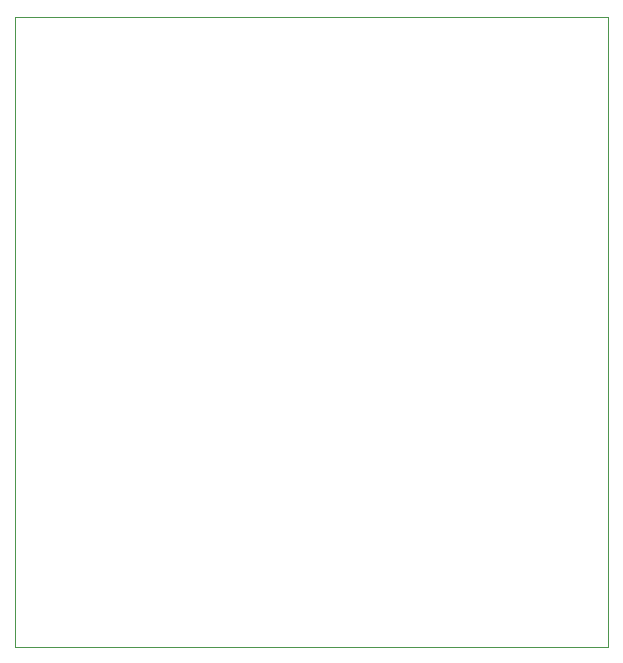
<source format=gbr>
%TF.GenerationSoftware,KiCad,Pcbnew,7.0.5*%
%TF.CreationDate,2024-01-16T15:46:26+01:00*%
%TF.ProjectId,mo5-connector-pcb,6d6f352d-636f-46e6-9e65-63746f722d70,rev?*%
%TF.SameCoordinates,Original*%
%TF.FileFunction,Profile,NP*%
%FSLAX46Y46*%
G04 Gerber Fmt 4.6, Leading zero omitted, Abs format (unit mm)*
G04 Created by KiCad (PCBNEW 7.0.5) date 2024-01-16 15:46:26*
%MOMM*%
%LPD*%
G01*
G04 APERTURE LIST*
%TA.AperFunction,Profile*%
%ADD10C,0.100000*%
%TD*%
G04 APERTURE END LIST*
D10*
X125076976Y-52070000D02*
X175241976Y-52070000D01*
X175241976Y-105410000D01*
X125076976Y-105410000D01*
X125076976Y-52070000D01*
M02*

</source>
